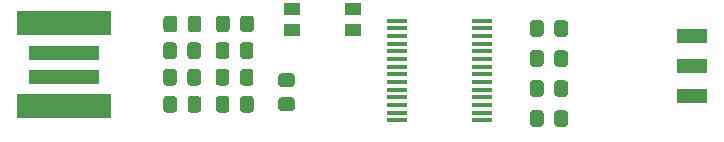
<source format=gbr>
%TF.GenerationSoftware,KiCad,Pcbnew,5.1.6-c6e7f7d~87~ubuntu18.04.1*%
%TF.CreationDate,2020-09-27T19:16:18+01:00*%
%TF.ProjectId,OLED_USB_Stick,4f4c4544-5f55-4534-925f-537469636b2e,rev?*%
%TF.SameCoordinates,Original*%
%TF.FileFunction,Paste,Top*%
%TF.FilePolarity,Positive*%
%FSLAX46Y46*%
G04 Gerber Fmt 4.6, Leading zero omitted, Abs format (unit mm)*
G04 Created by KiCad (PCBNEW 5.1.6-c6e7f7d~87~ubuntu18.04.1) date 2020-09-27 19:16:18*
%MOMM*%
%LPD*%
G01*
G04 APERTURE LIST*
%ADD10R,1.450000X1.000000*%
%ADD11R,2.500000X1.200000*%
%ADD12R,1.750000X0.450000*%
%ADD13R,6.000000X1.200000*%
%ADD14R,8.000000X2.000000*%
G04 APERTURE END LIST*
D10*
%TO.C,SW2*%
X153959000Y-74080000D03*
X148809000Y-74080000D03*
X148809000Y-75780000D03*
X153959000Y-75780000D03*
%TD*%
%TO.C,R3*%
G36*
G01*
X144417200Y-75748301D02*
X144417200Y-74848299D01*
G75*
G02*
X144667199Y-74598300I249999J0D01*
G01*
X145317201Y-74598300D01*
G75*
G02*
X145567200Y-74848299I0J-249999D01*
G01*
X145567200Y-75748301D01*
G75*
G02*
X145317201Y-75998300I-249999J0D01*
G01*
X144667199Y-75998300D01*
G75*
G02*
X144417200Y-75748301I0J249999D01*
G01*
G37*
G36*
G01*
X142367200Y-75748301D02*
X142367200Y-74848299D01*
G75*
G02*
X142617199Y-74598300I249999J0D01*
G01*
X143267201Y-74598300D01*
G75*
G02*
X143517200Y-74848299I0J-249999D01*
G01*
X143517200Y-75748301D01*
G75*
G02*
X143267201Y-75998300I-249999J0D01*
G01*
X142617199Y-75998300D01*
G75*
G02*
X142367200Y-75748301I0J249999D01*
G01*
G37*
%TD*%
%TO.C,D1*%
G36*
G01*
X139059500Y-81655499D02*
X139059500Y-82555501D01*
G75*
G02*
X138809501Y-82805500I-249999J0D01*
G01*
X138159499Y-82805500D01*
G75*
G02*
X137909500Y-82555501I0J249999D01*
G01*
X137909500Y-81655499D01*
G75*
G02*
X138159499Y-81405500I249999J0D01*
G01*
X138809501Y-81405500D01*
G75*
G02*
X139059500Y-81655499I0J-249999D01*
G01*
G37*
G36*
G01*
X141109500Y-81655499D02*
X141109500Y-82555501D01*
G75*
G02*
X140859501Y-82805500I-249999J0D01*
G01*
X140209499Y-82805500D01*
G75*
G02*
X139959500Y-82555501I0J249999D01*
G01*
X139959500Y-81655499D01*
G75*
G02*
X140209499Y-81405500I249999J0D01*
G01*
X140859501Y-81405500D01*
G75*
G02*
X141109500Y-81655499I0J-249999D01*
G01*
G37*
%TD*%
%TO.C,R1*%
G36*
G01*
X144404500Y-82555501D02*
X144404500Y-81655499D01*
G75*
G02*
X144654499Y-81405500I249999J0D01*
G01*
X145304501Y-81405500D01*
G75*
G02*
X145554500Y-81655499I0J-249999D01*
G01*
X145554500Y-82555501D01*
G75*
G02*
X145304501Y-82805500I-249999J0D01*
G01*
X144654499Y-82805500D01*
G75*
G02*
X144404500Y-82555501I0J249999D01*
G01*
G37*
G36*
G01*
X142354500Y-82555501D02*
X142354500Y-81655499D01*
G75*
G02*
X142604499Y-81405500I249999J0D01*
G01*
X143254501Y-81405500D01*
G75*
G02*
X143504500Y-81655499I0J-249999D01*
G01*
X143504500Y-82555501D01*
G75*
G02*
X143254501Y-82805500I-249999J0D01*
G01*
X142604499Y-82805500D01*
G75*
G02*
X142354500Y-82555501I0J249999D01*
G01*
G37*
%TD*%
%TO.C,R4*%
G36*
G01*
X144391800Y-78008901D02*
X144391800Y-77108899D01*
G75*
G02*
X144641799Y-76858900I249999J0D01*
G01*
X145291801Y-76858900D01*
G75*
G02*
X145541800Y-77108899I0J-249999D01*
G01*
X145541800Y-78008901D01*
G75*
G02*
X145291801Y-78258900I-249999J0D01*
G01*
X144641799Y-78258900D01*
G75*
G02*
X144391800Y-78008901I0J249999D01*
G01*
G37*
G36*
G01*
X142341800Y-78008901D02*
X142341800Y-77108899D01*
G75*
G02*
X142591799Y-76858900I249999J0D01*
G01*
X143241801Y-76858900D01*
G75*
G02*
X143491800Y-77108899I0J-249999D01*
G01*
X143491800Y-78008901D01*
G75*
G02*
X143241801Y-78258900I-249999J0D01*
G01*
X142591799Y-78258900D01*
G75*
G02*
X142341800Y-78008901I0J249999D01*
G01*
G37*
%TD*%
%TO.C,R2*%
G36*
G01*
X144391800Y-80269501D02*
X144391800Y-79369499D01*
G75*
G02*
X144641799Y-79119500I249999J0D01*
G01*
X145291801Y-79119500D01*
G75*
G02*
X145541800Y-79369499I0J-249999D01*
G01*
X145541800Y-80269501D01*
G75*
G02*
X145291801Y-80519500I-249999J0D01*
G01*
X144641799Y-80519500D01*
G75*
G02*
X144391800Y-80269501I0J249999D01*
G01*
G37*
G36*
G01*
X142341800Y-80269501D02*
X142341800Y-79369499D01*
G75*
G02*
X142591799Y-79119500I249999J0D01*
G01*
X143241801Y-79119500D01*
G75*
G02*
X143491800Y-79369499I0J-249999D01*
G01*
X143491800Y-80269501D01*
G75*
G02*
X143241801Y-80519500I-249999J0D01*
G01*
X142591799Y-80519500D01*
G75*
G02*
X142341800Y-80269501I0J249999D01*
G01*
G37*
%TD*%
D11*
%TO.C,SW1*%
X182676800Y-76301600D03*
X182676800Y-78841600D03*
X182676800Y-81381600D03*
%TD*%
%TO.C,D4*%
G36*
G01*
X139046800Y-77108899D02*
X139046800Y-78008901D01*
G75*
G02*
X138796801Y-78258900I-249999J0D01*
G01*
X138146799Y-78258900D01*
G75*
G02*
X137896800Y-78008901I0J249999D01*
G01*
X137896800Y-77108899D01*
G75*
G02*
X138146799Y-76858900I249999J0D01*
G01*
X138796801Y-76858900D01*
G75*
G02*
X139046800Y-77108899I0J-249999D01*
G01*
G37*
G36*
G01*
X141096800Y-77108899D02*
X141096800Y-78008901D01*
G75*
G02*
X140846801Y-78258900I-249999J0D01*
G01*
X140196799Y-78258900D01*
G75*
G02*
X139946800Y-78008901I0J249999D01*
G01*
X139946800Y-77108899D01*
G75*
G02*
X140196799Y-76858900I249999J0D01*
G01*
X140846801Y-76858900D01*
G75*
G02*
X141096800Y-77108899I0J-249999D01*
G01*
G37*
%TD*%
%TO.C,C10*%
G36*
G01*
X148786001Y-80626800D02*
X147885999Y-80626800D01*
G75*
G02*
X147636000Y-80376801I0J249999D01*
G01*
X147636000Y-79726799D01*
G75*
G02*
X147885999Y-79476800I249999J0D01*
G01*
X148786001Y-79476800D01*
G75*
G02*
X149036000Y-79726799I0J-249999D01*
G01*
X149036000Y-80376801D01*
G75*
G02*
X148786001Y-80626800I-249999J0D01*
G01*
G37*
G36*
G01*
X148786001Y-82676800D02*
X147885999Y-82676800D01*
G75*
G02*
X147636000Y-82426801I0J249999D01*
G01*
X147636000Y-81776799D01*
G75*
G02*
X147885999Y-81526800I249999J0D01*
G01*
X148786001Y-81526800D01*
G75*
G02*
X149036000Y-81776799I0J-249999D01*
G01*
X149036000Y-82426801D01*
G75*
G02*
X148786001Y-82676800I-249999J0D01*
G01*
G37*
%TD*%
D12*
%TO.C,U1*%
X157690000Y-83473000D03*
X157690000Y-82823000D03*
X157690000Y-82173000D03*
X157690000Y-81523000D03*
X157690000Y-80873000D03*
X157690000Y-80223000D03*
X157690000Y-79573000D03*
X157690000Y-78923000D03*
X157690000Y-78273000D03*
X157690000Y-77623000D03*
X157690000Y-76973000D03*
X157690000Y-76323000D03*
X157690000Y-75673000D03*
X157690000Y-75023000D03*
X164890000Y-75023000D03*
X164890000Y-75673000D03*
X164890000Y-76323000D03*
X164890000Y-76973000D03*
X164890000Y-77623000D03*
X164890000Y-78273000D03*
X164890000Y-78923000D03*
X164890000Y-79573000D03*
X164890000Y-80223000D03*
X164890000Y-80873000D03*
X164890000Y-81523000D03*
X164890000Y-82173000D03*
X164890000Y-82823000D03*
X164890000Y-83473000D03*
%TD*%
D13*
%TO.C,J1*%
X129540000Y-77724000D03*
X129540000Y-79756000D03*
D14*
X129540000Y-75247500D03*
X129540000Y-82232500D03*
%TD*%
%TO.C,D3*%
G36*
G01*
X139072200Y-74860999D02*
X139072200Y-75761001D01*
G75*
G02*
X138822201Y-76011000I-249999J0D01*
G01*
X138172199Y-76011000D01*
G75*
G02*
X137922200Y-75761001I0J249999D01*
G01*
X137922200Y-74860999D01*
G75*
G02*
X138172199Y-74611000I249999J0D01*
G01*
X138822201Y-74611000D01*
G75*
G02*
X139072200Y-74860999I0J-249999D01*
G01*
G37*
G36*
G01*
X141122200Y-74860999D02*
X141122200Y-75761001D01*
G75*
G02*
X140872201Y-76011000I-249999J0D01*
G01*
X140222199Y-76011000D01*
G75*
G02*
X139972200Y-75761001I0J249999D01*
G01*
X139972200Y-74860999D01*
G75*
G02*
X140222199Y-74611000I249999J0D01*
G01*
X140872201Y-74611000D01*
G75*
G02*
X141122200Y-74860999I0J-249999D01*
G01*
G37*
%TD*%
%TO.C,D2*%
G36*
G01*
X139046800Y-79369499D02*
X139046800Y-80269501D01*
G75*
G02*
X138796801Y-80519500I-249999J0D01*
G01*
X138146799Y-80519500D01*
G75*
G02*
X137896800Y-80269501I0J249999D01*
G01*
X137896800Y-79369499D01*
G75*
G02*
X138146799Y-79119500I249999J0D01*
G01*
X138796801Y-79119500D01*
G75*
G02*
X139046800Y-79369499I0J-249999D01*
G01*
G37*
G36*
G01*
X141096800Y-79369499D02*
X141096800Y-80269501D01*
G75*
G02*
X140846801Y-80519500I-249999J0D01*
G01*
X140196799Y-80519500D01*
G75*
G02*
X139946800Y-80269501I0J249999D01*
G01*
X139946800Y-79369499D01*
G75*
G02*
X140196799Y-79119500I249999J0D01*
G01*
X140846801Y-79119500D01*
G75*
G02*
X141096800Y-79369499I0J-249999D01*
G01*
G37*
%TD*%
%TO.C,C9*%
G36*
G01*
X171011000Y-78682001D02*
X171011000Y-77781999D01*
G75*
G02*
X171260999Y-77532000I249999J0D01*
G01*
X171911001Y-77532000D01*
G75*
G02*
X172161000Y-77781999I0J-249999D01*
G01*
X172161000Y-78682001D01*
G75*
G02*
X171911001Y-78932000I-249999J0D01*
G01*
X171260999Y-78932000D01*
G75*
G02*
X171011000Y-78682001I0J249999D01*
G01*
G37*
G36*
G01*
X168961000Y-78682001D02*
X168961000Y-77781999D01*
G75*
G02*
X169210999Y-77532000I249999J0D01*
G01*
X169861001Y-77532000D01*
G75*
G02*
X170111000Y-77781999I0J-249999D01*
G01*
X170111000Y-78682001D01*
G75*
G02*
X169861001Y-78932000I-249999J0D01*
G01*
X169210999Y-78932000D01*
G75*
G02*
X168961000Y-78682001I0J249999D01*
G01*
G37*
%TD*%
%TO.C,C7*%
G36*
G01*
X171011000Y-83762001D02*
X171011000Y-82861999D01*
G75*
G02*
X171260999Y-82612000I249999J0D01*
G01*
X171911001Y-82612000D01*
G75*
G02*
X172161000Y-82861999I0J-249999D01*
G01*
X172161000Y-83762001D01*
G75*
G02*
X171911001Y-84012000I-249999J0D01*
G01*
X171260999Y-84012000D01*
G75*
G02*
X171011000Y-83762001I0J249999D01*
G01*
G37*
G36*
G01*
X168961000Y-83762001D02*
X168961000Y-82861999D01*
G75*
G02*
X169210999Y-82612000I249999J0D01*
G01*
X169861001Y-82612000D01*
G75*
G02*
X170111000Y-82861999I0J-249999D01*
G01*
X170111000Y-83762001D01*
G75*
G02*
X169861001Y-84012000I-249999J0D01*
G01*
X169210999Y-84012000D01*
G75*
G02*
X168961000Y-83762001I0J249999D01*
G01*
G37*
%TD*%
%TO.C,C6*%
G36*
G01*
X171011000Y-76142001D02*
X171011000Y-75241999D01*
G75*
G02*
X171260999Y-74992000I249999J0D01*
G01*
X171911001Y-74992000D01*
G75*
G02*
X172161000Y-75241999I0J-249999D01*
G01*
X172161000Y-76142001D01*
G75*
G02*
X171911001Y-76392000I-249999J0D01*
G01*
X171260999Y-76392000D01*
G75*
G02*
X171011000Y-76142001I0J249999D01*
G01*
G37*
G36*
G01*
X168961000Y-76142001D02*
X168961000Y-75241999D01*
G75*
G02*
X169210999Y-74992000I249999J0D01*
G01*
X169861001Y-74992000D01*
G75*
G02*
X170111000Y-75241999I0J-249999D01*
G01*
X170111000Y-76142001D01*
G75*
G02*
X169861001Y-76392000I-249999J0D01*
G01*
X169210999Y-76392000D01*
G75*
G02*
X168961000Y-76142001I0J249999D01*
G01*
G37*
%TD*%
%TO.C,C4*%
G36*
G01*
X171011000Y-81222001D02*
X171011000Y-80321999D01*
G75*
G02*
X171260999Y-80072000I249999J0D01*
G01*
X171911001Y-80072000D01*
G75*
G02*
X172161000Y-80321999I0J-249999D01*
G01*
X172161000Y-81222001D01*
G75*
G02*
X171911001Y-81472000I-249999J0D01*
G01*
X171260999Y-81472000D01*
G75*
G02*
X171011000Y-81222001I0J249999D01*
G01*
G37*
G36*
G01*
X168961000Y-81222001D02*
X168961000Y-80321999D01*
G75*
G02*
X169210999Y-80072000I249999J0D01*
G01*
X169861001Y-80072000D01*
G75*
G02*
X170111000Y-80321999I0J-249999D01*
G01*
X170111000Y-81222001D01*
G75*
G02*
X169861001Y-81472000I-249999J0D01*
G01*
X169210999Y-81472000D01*
G75*
G02*
X168961000Y-81222001I0J249999D01*
G01*
G37*
%TD*%
M02*

</source>
